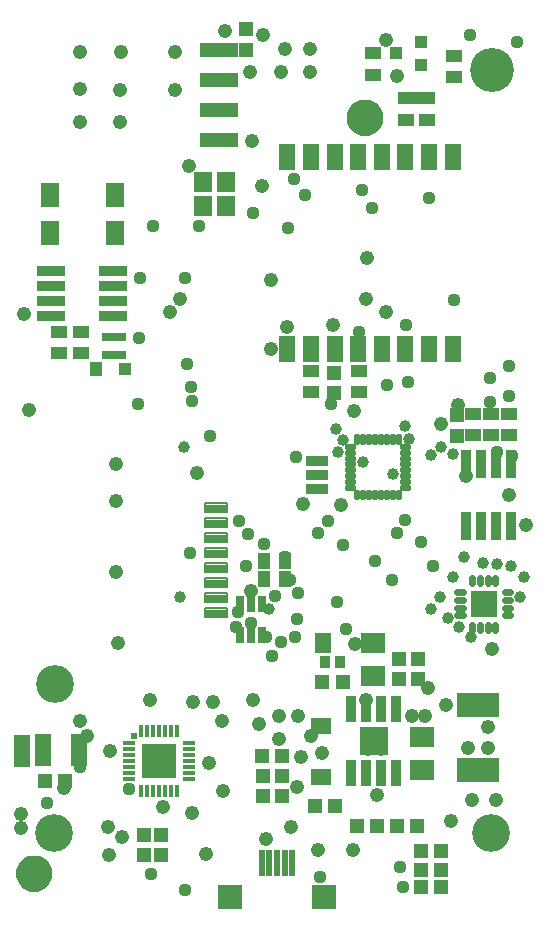
<source format=gts>
G75*
G70*
%OFA0B0*%
%FSLAX24Y24*%
%IPPOS*%
%LPD*%
%AMOC8*
5,1,8,0,0,1.08239X$1,22.5*
%
%ADD10C,0.1261*%
%ADD11R,0.0552X0.0867*%
%ADD12C,0.0071*%
%ADD13R,0.0789X0.0277*%
%ADD14R,0.0395X0.0552*%
%ADD15R,0.0237X0.0867*%
%ADD16R,0.0789X0.0828*%
%ADD17R,0.0474X0.0513*%
%ADD18R,0.0413X0.0157*%
%ADD19R,0.0197X0.0197*%
%ADD20R,0.1181X0.1181*%
%ADD21R,0.0157X0.0413*%
%ADD22R,0.1261X0.0474*%
%ADD23R,0.0592X0.0710*%
%ADD24R,0.0552X0.0395*%
%ADD25R,0.0505X0.0493*%
%ADD26R,0.0580X0.1080*%
%ADD27R,0.0320X0.0950*%
%ADD28R,0.0320X0.0890*%
%ADD29R,0.0980X0.0980*%
%ADD30R,0.0659X0.0580*%
%ADD31R,0.1430X0.0800*%
%ADD32R,0.0513X0.0474*%
%ADD33R,0.0789X0.0710*%
%ADD34R,0.0434X0.0395*%
%ADD35C,0.0500*%
%ADD36C,0.0474*%
%ADD37R,0.0580X0.0330*%
%ADD38R,0.0356X0.0434*%
%ADD39C,0.0218*%
%ADD40R,0.0880X0.0880*%
%ADD41R,0.0950X0.0320*%
%ADD42R,0.0592X0.0828*%
%ADD43R,0.0749X0.0356*%
%ADD44C,0.0099*%
%ADD45R,0.0460X0.0480*%
%ADD46R,0.0297X0.0552*%
%ADD47R,0.0434X0.0513*%
%ADD48R,0.0434X0.0434*%
%ADD49C,0.0476*%
%ADD50C,0.0437*%
%ADD51C,0.0397*%
%ADD52C,0.1464*%
D10*
X015203Y009988D03*
X015223Y014949D03*
X029770Y009988D03*
D11*
X028479Y026130D03*
X027692Y026130D03*
X026904Y026130D03*
X026117Y026130D03*
X025329Y026130D03*
X024542Y026130D03*
X023755Y026130D03*
X022967Y026130D03*
X022967Y032508D03*
X023755Y032508D03*
X024542Y032508D03*
X025329Y032508D03*
X026117Y032508D03*
X026904Y032508D03*
X027692Y032508D03*
X028479Y032508D03*
D12*
X020948Y020980D02*
X020948Y020694D01*
X020230Y020694D01*
X020230Y020980D01*
X020948Y020980D01*
X020948Y020764D02*
X020230Y020764D01*
X020230Y020834D02*
X020948Y020834D01*
X020948Y020904D02*
X020230Y020904D01*
X020230Y020974D02*
X020948Y020974D01*
X020948Y020480D02*
X020948Y020194D01*
X020230Y020194D01*
X020230Y020480D01*
X020948Y020480D01*
X020948Y020264D02*
X020230Y020264D01*
X020230Y020334D02*
X020948Y020334D01*
X020948Y020404D02*
X020230Y020404D01*
X020230Y020474D02*
X020948Y020474D01*
X020948Y019980D02*
X020948Y019694D01*
X020230Y019694D01*
X020230Y019980D01*
X020948Y019980D01*
X020948Y019764D02*
X020230Y019764D01*
X020230Y019834D02*
X020948Y019834D01*
X020948Y019904D02*
X020230Y019904D01*
X020230Y019974D02*
X020948Y019974D01*
X020948Y019480D02*
X020948Y019194D01*
X020230Y019194D01*
X020230Y019480D01*
X020948Y019480D01*
X020948Y019264D02*
X020230Y019264D01*
X020230Y019334D02*
X020948Y019334D01*
X020948Y019404D02*
X020230Y019404D01*
X020230Y019474D02*
X020948Y019474D01*
X020948Y018980D02*
X020948Y018694D01*
X020230Y018694D01*
X020230Y018980D01*
X020948Y018980D01*
X020948Y018764D02*
X020230Y018764D01*
X020230Y018834D02*
X020948Y018834D01*
X020948Y018904D02*
X020230Y018904D01*
X020230Y018974D02*
X020948Y018974D01*
X020948Y018480D02*
X020948Y018194D01*
X020230Y018194D01*
X020230Y018480D01*
X020948Y018480D01*
X020948Y018264D02*
X020230Y018264D01*
X020230Y018334D02*
X020948Y018334D01*
X020948Y018404D02*
X020230Y018404D01*
X020230Y018474D02*
X020948Y018474D01*
X020948Y017980D02*
X020948Y017694D01*
X020230Y017694D01*
X020230Y017980D01*
X020948Y017980D01*
X020948Y017764D02*
X020230Y017764D01*
X020230Y017834D02*
X020948Y017834D01*
X020948Y017904D02*
X020230Y017904D01*
X020230Y017974D02*
X020948Y017974D01*
X020948Y017480D02*
X020948Y017194D01*
X020230Y017194D01*
X020230Y017480D01*
X020948Y017480D01*
X020948Y017264D02*
X020230Y017264D01*
X020230Y017334D02*
X020948Y017334D01*
X020948Y017404D02*
X020230Y017404D01*
X020230Y017474D02*
X020948Y017474D01*
D13*
X017188Y025937D03*
X017192Y026528D03*
D14*
X022194Y019071D03*
X022179Y018439D03*
X022888Y018439D03*
X022903Y019071D03*
D15*
X022881Y009004D03*
X023136Y009004D03*
X022625Y009004D03*
X022369Y009004D03*
X022113Y009004D03*
D16*
X021050Y007843D03*
X024199Y007843D03*
D17*
X025282Y010224D03*
X024573Y010894D03*
X023904Y010894D03*
X022782Y011228D03*
X022152Y011228D03*
X022152Y011898D03*
X022782Y011898D03*
X022802Y012547D03*
X022133Y012547D03*
X018766Y009929D03*
X018176Y009929D03*
X018176Y009260D03*
X018766Y009260D03*
X015558Y011720D03*
X014888Y011720D03*
X025951Y010224D03*
X026621Y010224D03*
X027290Y010224D03*
X027408Y009398D03*
X027408Y008768D03*
X027408Y008177D03*
X028077Y008177D03*
X028077Y008768D03*
X028077Y009398D03*
X026680Y015126D03*
X026680Y015795D03*
D18*
X019682Y012980D03*
X019682Y012783D03*
X019682Y012587D03*
X019682Y012390D03*
X019682Y012193D03*
X019682Y011996D03*
X019682Y011799D03*
X017694Y011799D03*
X017694Y011996D03*
X017694Y012193D03*
X017694Y012390D03*
X017694Y012587D03*
X017694Y012783D03*
X017694Y012980D03*
D19*
X017860Y013218D03*
D20*
X018688Y012390D03*
D21*
X018688Y013384D03*
X018885Y013384D03*
X019081Y013384D03*
X019278Y013384D03*
X018491Y013384D03*
X018294Y013384D03*
X018097Y013384D03*
X018097Y011396D03*
X018294Y011396D03*
X018491Y011396D03*
X018688Y011396D03*
X018885Y011396D03*
X019081Y011396D03*
X019278Y011396D03*
D22*
X020696Y033094D03*
X020696Y034094D03*
X020696Y035094D03*
X020696Y036094D03*
D23*
X020932Y031681D03*
X020932Y030894D03*
X020144Y030894D03*
X020144Y031681D03*
D24*
X016089Y026681D03*
X016089Y025972D03*
X015341Y025972D03*
X015341Y026681D03*
X023766Y025382D03*
X023766Y024673D03*
X025341Y024673D03*
X025341Y025382D03*
X029160Y023965D03*
X029160Y023256D03*
X029751Y023256D03*
X030341Y023256D03*
X030341Y023965D03*
X029751Y023965D03*
X027625Y033768D03*
X027625Y034476D03*
X026916Y034476D03*
X026916Y033768D03*
X025814Y035264D03*
X025814Y035972D03*
X028530Y035894D03*
X028530Y035185D03*
D25*
X021601Y036100D03*
X021601Y036789D03*
D26*
X016010Y012744D03*
X014829Y012744D03*
X014114Y012733D03*
D27*
X028922Y020218D03*
X029422Y020218D03*
X029922Y020218D03*
X030422Y020218D03*
X030422Y022278D03*
X029922Y022278D03*
X029422Y022278D03*
X028922Y022278D03*
D28*
X026603Y014119D03*
X026103Y014119D03*
X025603Y014119D03*
X025103Y014119D03*
X025103Y011999D03*
X025603Y011999D03*
X026103Y011999D03*
X026603Y011999D03*
D29*
X025853Y013059D03*
D30*
X024081Y013551D03*
X024081Y011858D03*
D31*
X029318Y012087D03*
X029318Y014267D03*
D32*
X027310Y015126D03*
X027310Y015795D03*
X024810Y015028D03*
X024140Y015028D03*
D33*
X025814Y015224D03*
X025814Y016327D03*
X027467Y013177D03*
X027467Y012075D03*
D34*
X027428Y035598D03*
X027428Y036346D03*
X026601Y035972D03*
D35*
X025184Y033846D02*
X025186Y033883D01*
X025192Y033920D01*
X025201Y033955D01*
X025215Y033990D01*
X025231Y034023D01*
X025252Y034054D01*
X025275Y034083D01*
X025301Y034109D01*
X025330Y034132D01*
X025361Y034153D01*
X025394Y034169D01*
X025429Y034183D01*
X025464Y034192D01*
X025501Y034198D01*
X025538Y034200D01*
X025575Y034198D01*
X025612Y034192D01*
X025647Y034183D01*
X025682Y034169D01*
X025715Y034153D01*
X025746Y034132D01*
X025775Y034109D01*
X025801Y034083D01*
X025824Y034054D01*
X025845Y034023D01*
X025861Y033990D01*
X025875Y033955D01*
X025884Y033920D01*
X025890Y033883D01*
X025892Y033846D01*
X025890Y033809D01*
X025884Y033772D01*
X025875Y033737D01*
X025861Y033702D01*
X025845Y033669D01*
X025824Y033638D01*
X025801Y033609D01*
X025775Y033583D01*
X025746Y033560D01*
X025715Y033539D01*
X025682Y033523D01*
X025647Y033509D01*
X025612Y033500D01*
X025575Y033494D01*
X025538Y033492D01*
X025501Y033494D01*
X025464Y033500D01*
X025429Y033509D01*
X025394Y033523D01*
X025361Y033539D01*
X025330Y033560D01*
X025301Y033583D01*
X025275Y033609D01*
X025252Y033638D01*
X025231Y033669D01*
X025215Y033702D01*
X025201Y033737D01*
X025192Y033772D01*
X025186Y033809D01*
X025184Y033846D01*
X014160Y008650D02*
X014162Y008687D01*
X014168Y008724D01*
X014177Y008759D01*
X014191Y008794D01*
X014207Y008827D01*
X014228Y008858D01*
X014251Y008887D01*
X014277Y008913D01*
X014306Y008936D01*
X014337Y008957D01*
X014370Y008973D01*
X014405Y008987D01*
X014440Y008996D01*
X014477Y009002D01*
X014514Y009004D01*
X014551Y009002D01*
X014588Y008996D01*
X014623Y008987D01*
X014658Y008973D01*
X014691Y008957D01*
X014722Y008936D01*
X014751Y008913D01*
X014777Y008887D01*
X014800Y008858D01*
X014821Y008827D01*
X014837Y008794D01*
X014851Y008759D01*
X014860Y008724D01*
X014866Y008687D01*
X014868Y008650D01*
X014866Y008613D01*
X014860Y008576D01*
X014851Y008541D01*
X014837Y008506D01*
X014821Y008473D01*
X014800Y008442D01*
X014777Y008413D01*
X014751Y008387D01*
X014722Y008364D01*
X014691Y008343D01*
X014658Y008327D01*
X014623Y008313D01*
X014588Y008304D01*
X014551Y008298D01*
X014514Y008296D01*
X014477Y008298D01*
X014440Y008304D01*
X014405Y008313D01*
X014370Y008327D01*
X014337Y008343D01*
X014306Y008364D01*
X014277Y008387D01*
X014251Y008413D01*
X014228Y008442D01*
X014207Y008473D01*
X014191Y008506D01*
X014177Y008541D01*
X014168Y008576D01*
X014162Y008613D01*
X014160Y008650D01*
D36*
X014514Y008650D03*
X025538Y033846D03*
D37*
X024160Y016504D03*
X024160Y016150D03*
D38*
X024219Y015697D03*
X024731Y015697D03*
D39*
X028639Y017242D02*
X028815Y017242D01*
X028815Y017498D02*
X028639Y017498D01*
X028639Y017754D02*
X028815Y017754D01*
X028815Y018010D02*
X028639Y018010D01*
X029131Y018325D02*
X029131Y018501D01*
X029386Y018501D02*
X029386Y018325D01*
X029642Y018325D02*
X029642Y018501D01*
X029898Y018501D02*
X029898Y018325D01*
X030214Y018010D02*
X030390Y018010D01*
X030390Y017754D02*
X030214Y017754D01*
X030214Y017498D02*
X030390Y017498D01*
X030390Y017242D02*
X030214Y017242D01*
X029898Y016927D02*
X029898Y016751D01*
X029642Y016751D02*
X029642Y016927D01*
X029386Y016927D02*
X029386Y016751D01*
X029131Y016751D02*
X029131Y016927D01*
D40*
X029514Y017626D03*
D41*
X017159Y027230D03*
X017159Y027730D03*
X017159Y028230D03*
X017159Y028730D03*
X015099Y028730D03*
X015099Y028230D03*
X015099Y027730D03*
X015099Y027230D03*
D42*
X015046Y029988D03*
X015046Y031248D03*
X017211Y031248D03*
X017211Y029988D03*
D43*
X023963Y022390D03*
X023963Y021917D03*
X023963Y021445D03*
D44*
X024917Y021454D02*
X025175Y021454D01*
X024917Y021454D02*
X024917Y021554D01*
X025175Y021554D01*
X025175Y021454D01*
X025175Y021552D02*
X024917Y021552D01*
X024917Y021651D02*
X025175Y021651D01*
X024917Y021651D02*
X024917Y021751D01*
X025175Y021751D01*
X025175Y021651D01*
X025175Y021749D02*
X024917Y021749D01*
X024917Y021848D02*
X025175Y021848D01*
X024917Y021848D02*
X024917Y021948D01*
X025175Y021948D01*
X025175Y021848D01*
X025175Y021946D02*
X024917Y021946D01*
X024917Y022044D02*
X025175Y022044D01*
X024917Y022044D02*
X024917Y022144D01*
X025175Y022144D01*
X025175Y022044D01*
X025175Y022142D02*
X024917Y022142D01*
X024917Y022241D02*
X025175Y022241D01*
X024917Y022241D02*
X024917Y022341D01*
X025175Y022341D01*
X025175Y022241D01*
X025175Y022339D02*
X024917Y022339D01*
X024917Y022438D02*
X025175Y022438D01*
X024917Y022438D02*
X024917Y022538D01*
X025175Y022538D01*
X025175Y022438D01*
X025175Y022536D02*
X024917Y022536D01*
X024917Y022635D02*
X025175Y022635D01*
X024917Y022635D02*
X024917Y022735D01*
X025175Y022735D01*
X025175Y022635D01*
X025175Y022733D02*
X024917Y022733D01*
X024917Y022832D02*
X025175Y022832D01*
X024917Y022832D02*
X024917Y022932D01*
X025175Y022932D01*
X025175Y022832D01*
X025175Y022930D02*
X024917Y022930D01*
X025232Y022989D02*
X025332Y022989D01*
X025232Y022989D02*
X025232Y023247D01*
X025332Y023247D01*
X025332Y022989D01*
X025332Y023087D02*
X025232Y023087D01*
X025232Y023185D02*
X025332Y023185D01*
X025429Y022989D02*
X025529Y022989D01*
X025429Y022989D02*
X025429Y023247D01*
X025529Y023247D01*
X025529Y022989D01*
X025529Y023087D02*
X025429Y023087D01*
X025429Y023185D02*
X025529Y023185D01*
X025626Y022989D02*
X025726Y022989D01*
X025626Y022989D02*
X025626Y023247D01*
X025726Y023247D01*
X025726Y022989D01*
X025726Y023087D02*
X025626Y023087D01*
X025626Y023185D02*
X025726Y023185D01*
X025823Y022989D02*
X025923Y022989D01*
X025823Y022989D02*
X025823Y023247D01*
X025923Y023247D01*
X025923Y022989D01*
X025923Y023087D02*
X025823Y023087D01*
X025823Y023185D02*
X025923Y023185D01*
X026020Y022989D02*
X026120Y022989D01*
X026020Y022989D02*
X026020Y023247D01*
X026120Y023247D01*
X026120Y022989D01*
X026120Y023087D02*
X026020Y023087D01*
X026020Y023185D02*
X026120Y023185D01*
X026216Y022989D02*
X026316Y022989D01*
X026216Y022989D02*
X026216Y023247D01*
X026316Y023247D01*
X026316Y022989D01*
X026316Y023087D02*
X026216Y023087D01*
X026216Y023185D02*
X026316Y023185D01*
X026413Y022989D02*
X026513Y022989D01*
X026413Y022989D02*
X026413Y023247D01*
X026513Y023247D01*
X026513Y022989D01*
X026513Y023087D02*
X026413Y023087D01*
X026413Y023185D02*
X026513Y023185D01*
X026610Y022989D02*
X026710Y022989D01*
X026610Y022989D02*
X026610Y023247D01*
X026710Y023247D01*
X026710Y022989D01*
X026710Y023087D02*
X026610Y023087D01*
X026610Y023185D02*
X026710Y023185D01*
X026767Y022832D02*
X027025Y022832D01*
X026767Y022832D02*
X026767Y022932D01*
X027025Y022932D01*
X027025Y022832D01*
X027025Y022930D02*
X026767Y022930D01*
X026767Y022635D02*
X027025Y022635D01*
X026767Y022635D02*
X026767Y022735D01*
X027025Y022735D01*
X027025Y022635D01*
X027025Y022733D02*
X026767Y022733D01*
X026767Y022438D02*
X027025Y022438D01*
X026767Y022438D02*
X026767Y022538D01*
X027025Y022538D01*
X027025Y022438D01*
X027025Y022536D02*
X026767Y022536D01*
X026767Y022241D02*
X027025Y022241D01*
X026767Y022241D02*
X026767Y022341D01*
X027025Y022341D01*
X027025Y022241D01*
X027025Y022339D02*
X026767Y022339D01*
X026767Y022044D02*
X027025Y022044D01*
X026767Y022044D02*
X026767Y022144D01*
X027025Y022144D01*
X027025Y022044D01*
X027025Y022142D02*
X026767Y022142D01*
X026767Y021848D02*
X027025Y021848D01*
X026767Y021848D02*
X026767Y021948D01*
X027025Y021948D01*
X027025Y021848D01*
X027025Y021946D02*
X026767Y021946D01*
X026767Y021651D02*
X027025Y021651D01*
X026767Y021651D02*
X026767Y021751D01*
X027025Y021751D01*
X027025Y021651D01*
X027025Y021749D02*
X026767Y021749D01*
X026767Y021454D02*
X027025Y021454D01*
X026767Y021454D02*
X026767Y021554D01*
X027025Y021554D01*
X027025Y021454D01*
X027025Y021552D02*
X026767Y021552D01*
X026710Y021139D02*
X026610Y021139D01*
X026610Y021397D01*
X026710Y021397D01*
X026710Y021139D01*
X026710Y021237D02*
X026610Y021237D01*
X026610Y021335D02*
X026710Y021335D01*
X026513Y021139D02*
X026413Y021139D01*
X026413Y021397D01*
X026513Y021397D01*
X026513Y021139D01*
X026513Y021237D02*
X026413Y021237D01*
X026413Y021335D02*
X026513Y021335D01*
X026316Y021139D02*
X026216Y021139D01*
X026216Y021397D01*
X026316Y021397D01*
X026316Y021139D01*
X026316Y021237D02*
X026216Y021237D01*
X026216Y021335D02*
X026316Y021335D01*
X026120Y021139D02*
X026020Y021139D01*
X026020Y021397D01*
X026120Y021397D01*
X026120Y021139D01*
X026120Y021237D02*
X026020Y021237D01*
X026020Y021335D02*
X026120Y021335D01*
X025923Y021139D02*
X025823Y021139D01*
X025823Y021397D01*
X025923Y021397D01*
X025923Y021139D01*
X025923Y021237D02*
X025823Y021237D01*
X025823Y021335D02*
X025923Y021335D01*
X025726Y021139D02*
X025626Y021139D01*
X025626Y021397D01*
X025726Y021397D01*
X025726Y021139D01*
X025726Y021237D02*
X025626Y021237D01*
X025626Y021335D02*
X025726Y021335D01*
X025529Y021139D02*
X025429Y021139D01*
X025429Y021397D01*
X025529Y021397D01*
X025529Y021139D01*
X025529Y021237D02*
X025429Y021237D01*
X025429Y021335D02*
X025529Y021335D01*
X025332Y021139D02*
X025232Y021139D01*
X025232Y021397D01*
X025332Y021397D01*
X025332Y021139D01*
X025332Y021237D02*
X025232Y021237D01*
X025232Y021335D02*
X025332Y021335D01*
D45*
X024514Y024654D03*
X024514Y025323D03*
X028609Y023906D03*
X028609Y023236D03*
D46*
X022133Y017626D03*
X021759Y017626D03*
X021385Y017626D03*
X021385Y016602D03*
X021759Y016602D03*
X022133Y016602D03*
D47*
X016601Y025461D03*
D48*
X017546Y025461D03*
D49*
X014081Y010146D03*
X014081Y010618D03*
X015527Y011478D03*
X016995Y010185D03*
X017448Y009840D03*
X017034Y009240D03*
X018839Y010848D03*
X019790Y010657D03*
X020826Y011403D03*
X020341Y012311D03*
X020774Y013728D03*
X020499Y014358D03*
X019829Y014358D03*
X018375Y014418D03*
X017055Y012733D03*
X016286Y013217D03*
X016050Y013728D03*
X017310Y016327D03*
X017270Y018689D03*
X017270Y021051D03*
X017270Y022272D03*
X019948Y021996D03*
X023476Y020960D03*
X024750Y020938D03*
X025184Y024043D03*
X022407Y026131D03*
X022958Y026849D03*
X022419Y028431D03*
X024506Y026935D03*
X025577Y027783D03*
X026247Y027350D03*
X025608Y029140D03*
X022113Y031548D03*
X021798Y033059D03*
X019703Y032211D03*
X017388Y033689D03*
X017388Y034752D03*
X017428Y036012D03*
X016050Y036012D03*
X016050Y034791D03*
X016050Y033689D03*
X019239Y034752D03*
X019239Y036012D03*
X020892Y036720D03*
X022152Y036602D03*
X022900Y036130D03*
X022743Y035343D03*
X021719Y035343D03*
X023727Y035343D03*
X023727Y036130D03*
X026247Y036406D03*
X026640Y035224D03*
X019396Y027783D03*
X019042Y027350D03*
X014199Y027272D03*
X014357Y024083D03*
X021759Y018059D03*
X021837Y014437D03*
X022034Y013610D03*
X022703Y013886D03*
X023333Y013886D03*
X023766Y013217D03*
X024121Y012665D03*
X023412Y012508D03*
X022703Y013138D03*
X023294Y011524D03*
X023097Y010185D03*
X022251Y009780D03*
X024003Y009437D03*
X025144Y009437D03*
X025970Y011246D03*
X026089Y012783D03*
X025656Y012783D03*
X025597Y014417D03*
X027113Y013886D03*
X027546Y013886D03*
X028255Y014240D03*
X027664Y014831D03*
X028987Y014240D03*
X029656Y014240D03*
X029644Y013531D03*
X029647Y012823D03*
X029003Y012823D03*
X028869Y012035D03*
X029736Y012035D03*
X029908Y011091D03*
X029121Y011091D03*
X028412Y010382D03*
X029783Y016114D03*
X030932Y020264D03*
X030341Y021248D03*
X028924Y021878D03*
X028097Y023610D03*
X028648Y024240D03*
X025223Y016287D03*
X018688Y012390D03*
X020262Y009280D03*
D50*
X019554Y008098D03*
X018412Y008610D03*
X017703Y011445D03*
X016050Y012193D03*
X014948Y010972D03*
X021247Y016839D03*
X021325Y017350D03*
X021759Y016996D03*
X022270Y016524D03*
X022743Y016366D03*
X023215Y016524D03*
X023294Y017114D03*
X023333Y017980D03*
X023058Y018413D03*
X022546Y017902D03*
X021601Y018886D03*
X022192Y019634D03*
X021660Y019969D03*
X021365Y020382D03*
X022900Y019201D03*
X024003Y019988D03*
X024318Y020382D03*
X024829Y019594D03*
X025892Y019043D03*
X026444Y018413D03*
X027822Y018886D03*
X027428Y019673D03*
X026877Y020421D03*
X026640Y019988D03*
X024633Y017705D03*
X024908Y016799D03*
X022467Y015894D03*
X019711Y019319D03*
X020381Y023217D03*
X019790Y024398D03*
X019751Y024870D03*
X019633Y025618D03*
X018018Y026484D03*
X018058Y028492D03*
X019554Y028492D03*
X020026Y030224D03*
X018491Y030224D03*
X021837Y030657D03*
X022983Y030139D03*
X023562Y031265D03*
X023176Y031799D03*
X025459Y031406D03*
X025774Y030815D03*
X027703Y031169D03*
X027270Y034476D03*
X029042Y036602D03*
X030617Y036366D03*
X028530Y027744D03*
X026916Y026917D03*
X025341Y026681D03*
X026286Y024909D03*
X026995Y025028D03*
X024436Y024280D03*
X023255Y022508D03*
X017979Y024280D03*
X029711Y024358D03*
X030341Y024555D03*
X029711Y025146D03*
X030341Y025539D03*
X029948Y022705D03*
X030459Y022547D03*
X026719Y008846D03*
X026837Y008177D03*
X024042Y008531D03*
D51*
X029081Y016524D03*
X028688Y016839D03*
X028333Y017154D03*
X027743Y017469D03*
X028058Y017862D03*
X028491Y018531D03*
X028845Y019201D03*
X029475Y019004D03*
X029948Y018965D03*
X030420Y018886D03*
X030853Y018531D03*
X030735Y017862D03*
X028491Y022626D03*
X028097Y022862D03*
X027743Y022587D03*
X027034Y023138D03*
X026877Y023571D03*
X026483Y021957D03*
X025499Y022350D03*
X024672Y022705D03*
X024829Y023098D03*
X024593Y023453D03*
X019514Y022862D03*
X019396Y017862D03*
X022349Y017469D03*
D52*
X029790Y035421D03*
M02*

</source>
